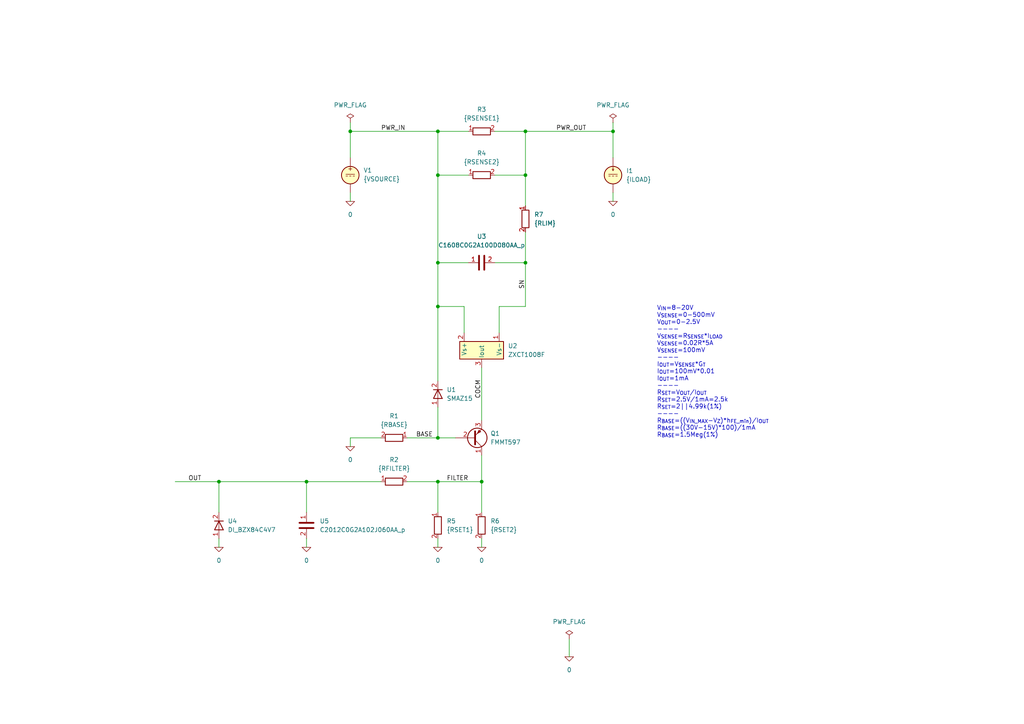
<source format=kicad_sch>
(kicad_sch (version 20231120) (generator "eeschema") (generator_version "8.0")
  (paper "A4")
  (title_block (title "Current output current monitor. Over-range voltage.") (date "2024-10-15") (rev "2") (company "astroelectronic@") (comment 1 "-") (comment 2 "-") (comment 3 "-") (comment 4 "AE01001008"))
  (lib_symbols
    (symbol "C_1" (pin_names (offset 0.254) hide)
      (property "Reference" "C" (at 0.635 2.54 0))
      (property "Value" "C_1" (at 0.635 -2.54 0))
      (symbol "C_1_0_1"
        (polyline (pts (xy -2.032 -0.762) (xy 2.032 -0.762)) (stroke (width 0.508)))
        (polyline (pts (xy -2.032 0.762) (xy 2.032 0.762)) (stroke (width 0.508)))
      )
      (symbol "C_1_1_1"
        (pin passive line (at 0 3.81 270) (length 2.794) (name "~") (number "1"))
        (pin passive line (at 0 -3.81 90) (length 2.794) (name "~") (number "2"))
      )
    )
    (symbol "DIODE_1" (pin_names (offset 1.016) hide)
      (property "Reference" "D" (at 0 2.54 0))
      (property "Value" "${SIM.PARAMS}" (at 0 -2.54 0))
      (symbol "DIODE_1_0_1"
        (polyline (pts (xy 1.27 0) (xy -1.27 0)))
        (polyline (pts (xy 1.27 1.27) (xy 1.27 -1.27)) (stroke (width 0.254)))
        (polyline (pts (xy -1.27 -1.27) (xy -1.27 1.27) (xy 1.27 0) (xy -1.27 -1.27)) (stroke (width 0.254)))
      )
      (symbol "DIODE_1_1_1"
        (pin passive line (at -3.81 0 0) (length 2.54) (name "A") (number "1"))
        (pin passive line (at 3.81 0 180) (length 2.54) (name "K") (number "2"))
      )
    )
    (symbol "DIODE_1_1" (pin_names (offset 1.016) hide)
      (property "Reference" "D" (at 0 2.54 0))
      (property "Value" "${SIM.PARAMS}" (at 0 -2.54 0))
      (symbol "DIODE_1_1_0_1"
        (polyline (pts (xy 1.27 0) (xy -1.27 0)))
        (polyline (pts (xy 1.27 1.27) (xy 1.27 -1.27)) (stroke (width 0.254)))
        (polyline (pts (xy -1.27 -1.27) (xy -1.27 1.27) (xy 1.27 0) (xy -1.27 -1.27)) (stroke (width 0.254)))
      )
      (symbol "DIODE_1_1_1_1"
        (pin passive line (at -3.81 0 0) (length 2.54) (name "A") (number "1"))
        (pin passive line (at 3.81 0 180) (length 2.54) (name "K") (number "2"))
      )
    )
    (symbol "R_1" (pin_names (offset 0) hide)
      (property "Reference" "R" (at 2.032 0 90))
      (property "Value" "R_1" (at 0 0 90))
      (symbol "R_1_0_1"
        (rectangle (start -1.016 -2.54) (end 1.016 2.54) (stroke (width 0.254)))
      )
      (symbol "R_1_1_1"
        (pin passive line (at 0 3.81 270) (length 1.27) (name "~") (number "1"))
        (pin passive line (at 0 -3.81 90) (length 1.27) (name "~") (number "2"))
      )
    )
    (symbol "R_2" (pin_names (offset 0) hide)
      (property "Reference" "R" (at 2.032 0 90))
      (property "Value" "R_2" (at 0 0 90))
      (symbol "R_2_0_1"
        (rectangle (start -1.016 -2.54) (end 1.016 2.54) (stroke (width 0.254)))
      )
      (symbol "R_2_1_1"
        (pin passive line (at 0 3.81 270) (length 1.27) (name "~") (number "1"))
        (pin passive line (at 0 -3.81 90) (length 1.27) (name "~") (number "2"))
      )
    )
    (symbol "R_3" (pin_names (offset 0) hide)
      (property "Reference" "R" (at 2.032 0 90))
      (property "Value" "R_3" (at 0 0 90))
      (symbol "R_3_0_1"
        (rectangle (start -1.016 -2.54) (end 1.016 2.54) (stroke (width 0.254)))
      )
      (symbol "R_3_1_1"
        (pin passive line (at 0 3.81 270) (length 1.27) (name "~") (number "1"))
        (pin passive line (at 0 -3.81 90) (length 1.27) (name "~") (number "2"))
      )
    )
    (symbol "R_4" (pin_names (offset 0) hide)
      (property "Reference" "R" (at 2.032 0 90))
      (property "Value" "R_4" (at 0 0 90))
      (symbol "R_4_0_1"
        (rectangle (start -1.016 -2.54) (end 1.016 2.54) (stroke (width 0.254)))
      )
      (symbol "R_4_1_1"
        (pin passive line (at 0 3.81 270) (length 1.27) (name "~") (number "1"))
        (pin passive line (at 0 -3.81 90) (length 1.27) (name "~") (number "2"))
      )
    )
    (symbol "R_5" (pin_names (offset 0) hide)
      (property "Reference" "R" (at 2.032 0 90))
      (property "Value" "R_5" (at 0 0 90))
      (symbol "R_5_0_1"
        (rectangle (start -1.016 -2.54) (end 1.016 2.54) (stroke (width 0.254)))
      )
      (symbol "R_5_1_1"
        (pin passive line (at 0 3.81 270) (length 1.27) (name "~") (number "1"))
        (pin passive line (at 0 -3.81 90) (length 1.27) (name "~") (number "2"))
      )
    )
    (symbol "R_6" (pin_names (offset 0) hide)
      (property "Reference" "R" (at 2.032 0 90))
      (property "Value" "R_6" (at 0 0 90))
      (symbol "R_6_0_1"
        (rectangle (start -1.016 -2.54) (end 1.016 2.54) (stroke (width 0.254)))
      )
      (symbol "R_6_1_1"
        (pin passive line (at 0 3.81 270) (length 1.27) (name "~") (number "1"))
        (pin passive line (at 0 -3.81 90) (length 1.27) (name "~") (number "2"))
      )
    )
    (symbol "ZXCT1008F:0" (power) (pin_names (offset 0))
      (property "Value" "0" (at 0 -1.778 0))
      (symbol "0_0_1"
        (polyline (pts (xy -1.27 0) (xy 0 -1.27) (xy 1.27 0) (xy -1.27 0)))
      )
      (symbol "0_1_1"
        (pin power_in line (at 0 0 0) (length 0) hide (name "0") (number "1"))
      )
    )
    (symbol "ZXCT1008F:C" (pin_names (offset 0.254) hide)
      (property "Reference" "C" (at 0.635 2.54 0))
      (property "Value" "C" (at 0.635 -2.54 0))
      (symbol "C_0_1"
        (polyline (pts (xy -2.032 -0.762) (xy 2.032 -0.762)) (stroke (width 0.508)))
        (polyline (pts (xy -2.032 0.762) (xy 2.032 0.762)) (stroke (width 0.508)))
      )
      (symbol "C_1_1"
        (pin passive line (at 0 3.81 270) (length 2.794) (name "~") (number "1"))
        (pin passive line (at 0 -3.81 90) (length 2.794) (name "~") (number "2"))
      )
    )
    (symbol "ZXCT1008F:DIODE" (pin_names (offset 1.016) hide)
      (property "Reference" "D" (at 0 2.54 0))
      (property "Value" "${SIM.PARAMS}" (at 0 -2.54 0))
      (symbol "DIODE_0_1"
        (polyline (pts (xy 1.27 0) (xy -1.27 0)))
        (polyline (pts (xy 1.27 1.27) (xy 1.27 -1.27)) (stroke (width 0.254)))
        (polyline (pts (xy -1.27 -1.27) (xy -1.27 1.27) (xy 1.27 0) (xy -1.27 -1.27)) (stroke (width 0.254)))
      )
      (symbol "DIODE_1_1"
        (pin passive line (at -3.81 0 0) (length 2.54) (name "A") (number "1"))
        (pin passive line (at 3.81 0 180) (length 2.54) (name "K") (number "2"))
      )
    )
    (symbol "ZXCT1008F:IDC" (pin_numbers hide) (pin_names (offset 0.0254))
      (property "Reference" "I" (at 2.54 2.54 0))
      (property "Value" "1" (at 2.54 0 0))
      (symbol "IDC_0_0"
        (polyline (pts (xy -1.27 0.254) (xy 1.27 0.254)))
        (polyline (pts (xy -0.762 -0.254) (xy -1.27 -0.254)))
        (polyline (pts (xy 0.254 -0.254) (xy -0.254 -0.254)))
        (polyline (pts (xy 1.27 -0.254) (xy 0.762 -0.254)))
      )
      (symbol "IDC_0_1"
        (polyline (pts (xy 0 1.27) (xy 0 2.286)))
        (polyline (pts (xy -0.254 1.778) (xy 0 1.27) (xy 0.254 1.778)))
        (circle (center 0 0) (radius 2.54) (stroke (width 0.254)) (fill (type background)))
      )
      (symbol "IDC_1_1"
        (pin passive line (at 0 5.08 270) (length 2.54) (name "~") (number "1"))
        (pin passive line (at 0 -5.08 90) (length 2.54) (name "~") (number "2"))
      )
    )
    (symbol "ZXCT1008F:PWR_FLAG" (power) (pin_numbers hide) (pin_names (offset 0) hide)
      (property "Value" "PWR_FLAG" (at 0 3.81 0))
      (symbol "PWR_FLAG_0_0"
        (pin power_out line (at 0 0 90) (length 0) (name "pwr") (number "1"))
      )
      (symbol "PWR_FLAG_0_1"
        (polyline (pts (xy 0 0) (xy 0 1.27) (xy -1.016 1.905) (xy 0 2.54) (xy 1.016 1.905) (xy 0 1.27)))
      )
    )
    (symbol "ZXCT1008F:Q_PNP_CBE" (pin_names (offset 0) hide)
      (property "Reference" "Q" (at 5.08 1.27 0))
      (property "Value" "Q_PNP_CBE" (at 5.08 -1.27 0))
      (symbol "Q_PNP_CBE_0_1"
        (polyline (pts (xy 0.635 0.635) (xy 2.54 2.54)))
        (polyline (pts (xy 0.635 -0.635) (xy 2.54 -2.54) (xy 2.54 -2.54)))
        (polyline (pts (xy 0.635 1.905) (xy 0.635 -1.905) (xy 0.635 -1.905)) (stroke (width 0.508)))
        (polyline (pts (xy 2.286 -1.778) (xy 1.778 -2.286) (xy 1.27 -1.27) (xy 2.286 -1.778) (xy 2.286 -1.778)) (fill (type outline)))
        (circle (center 1.27 0) (radius 2.8194) (stroke (width 0.254)))
      )
      (symbol "Q_PNP_CBE_1_1"
        (pin passive line (at 2.54 5.08 270) (length 2.54) (name "C") (number "1"))
        (pin input line (at -5.08 0 0) (length 5.715) (name "B") (number "2"))
        (pin passive line (at 2.54 -5.08 90) (length 2.54) (name "E") (number "3"))
      )
    )
    (symbol "ZXCT1008F:R" (pin_names (offset 0) hide)
      (property "Reference" "R" (at 2.032 0 90))
      (property "Value" "R" (at 0 0 90))
      (symbol "R_0_1"
        (rectangle (start -1.016 -2.54) (end 1.016 2.54) (stroke (width 0.254)))
      )
      (symbol "R_1_1"
        (pin passive line (at 0 3.81 270) (length 1.27) (name "~") (number "1"))
        (pin passive line (at 0 -3.81 90) (length 1.27) (name "~") (number "2"))
      )
    )
    (symbol "ZXCT1008F:VDC" (pin_numbers hide) (pin_names (offset 0.0254))
      (property "Reference" "V" (at 2.54 2.54 0))
      (property "Value" "1" (at 2.54 0 0))
      (symbol "VDC_0_0"
        (polyline (pts (xy -1.27 0.254) (xy 1.27 0.254)))
        (polyline (pts (xy -0.762 -0.254) (xy -1.27 -0.254)))
        (polyline (pts (xy 0.254 -0.254) (xy -0.254 -0.254)))
        (polyline (pts (xy 1.27 -0.254) (xy 0.762 -0.254)))
        (text "+" (at 0 1.905 0) (effects (font (size 1.27 1.27))))
      )
      (symbol "VDC_0_1"
        (circle (center 0 0) (radius 2.54) (stroke (width 0.254)) (fill (type background)))
      )
      (symbol "VDC_1_1"
        (pin passive line (at 0 5.08 270) (length 2.54) (name "~") (number "1"))
        (pin passive line (at 0 -5.08 90) (length 2.54) (name "~") (number "2"))
      )
    )
    (symbol "ZXCT1008F:ZXCT1008F" (pin_names (offset 0.254))
      (property "Reference" "U" (at 7.62 1.27 0))
      (property "Value" "ZXCT1008F" (at 7.62 -1.27 0))
      (symbol "ZXCT1008F_0_1"
        (rectangle (start -6.35 2.54) (end 6.35 -2.54) (stroke (width 0.254)) (fill (type background)))
      )
      (symbol "ZXCT1008F_1_1"
        (pin passive line (at 5.08 5.08 270) (length 2.54) (name "Vs-") (number "1"))
        (pin passive line (at -5.08 5.08 270) (length 2.54) (name "Vs+") (number "2"))
        (pin passive line (at 0 -5.08 90) (length 2.54) (name "Iout") (number "3"))
      )
    )
  )
  (junction (at 127 76.2))
  (junction (at 139.7 139.7))
  (junction (at 101.6 38.1))
  (junction (at 127 38.1))
  (junction (at 127 127))
  (junction (at 63.5 139.7))
  (junction (at 127 139.7))
  (junction (at 152.4 50.8))
  (junction (at 152.4 38.1))
  (junction (at 127 50.8))
  (junction (at 177.8 38.1))
  (junction (at 88.9 139.7))
  (junction (at 152.4 76.2))
  (junction (at 127 88.9))
  (wire (pts (xy 127 156.21) (xy 127 158.75)))
  (wire (pts (xy 143.51 38.1) (xy 152.4 38.1)))
  (wire (pts (xy 165.1 185.42) (xy 165.1 190.5)))
  (wire (pts (xy 177.8 38.1) (xy 152.4 38.1)))
  (wire (pts (xy 139.7 132.08) (xy 139.7 139.7)))
  (wire (pts (xy 101.6 38.1) (xy 127 38.1)))
  (wire (pts (xy 144.78 88.9) (xy 152.4 88.9)))
  (wire (pts (xy 127 127) (xy 127 118.11)))
  (wire (pts (xy 135.89 38.1) (xy 127 38.1)))
  (wire (pts (xy 177.8 35.56) (xy 177.8 38.1)))
  (wire (pts (xy 118.11 139.7) (xy 127 139.7)))
  (wire (pts (xy 134.62 96.52) (xy 134.62 88.9)))
  (wire (pts (xy 88.9 139.7) (xy 110.49 139.7)))
  (wire (pts (xy 101.6 35.56) (xy 101.6 38.1)))
  (wire (pts (xy 139.7 139.7) (xy 139.7 148.59)))
  (wire (pts (xy 177.8 55.88) (xy 177.8 58.42)))
  (wire (pts (xy 139.7 156.21) (xy 139.7 158.75)))
  (wire (pts (xy 134.62 88.9) (xy 127 88.9)))
  (wire (pts (xy 143.51 50.8) (xy 152.4 50.8)))
  (wire (pts (xy 139.7 106.68) (xy 139.7 121.92)))
  (wire (pts (xy 177.8 45.72) (xy 177.8 38.1)))
  (wire (pts (xy 101.6 55.88) (xy 101.6 58.42)))
  (wire (pts (xy 127 139.7) (xy 127 148.59)))
  (wire (pts (xy 132.08 127) (xy 127 127)))
  (wire (pts (xy 101.6 45.72) (xy 101.6 38.1)))
  (wire (pts (xy 63.5 139.7) (xy 88.9 139.7)))
  (wire (pts (xy 127 50.8) (xy 135.89 50.8)))
  (wire (pts (xy 63.5 148.59) (xy 63.5 139.7)))
  (wire (pts (xy 88.9 156.21) (xy 88.9 158.75)))
  (wire (pts (xy 127 76.2) (xy 135.89 76.2)))
  (wire (pts (xy 152.4 76.2) (xy 143.51 76.2)))
  (wire (pts (xy 127 38.1) (xy 127 50.8)))
  (wire (pts (xy 127 88.9) (xy 127 110.49)))
  (wire (pts (xy 88.9 148.59) (xy 88.9 139.7)))
  (wire (pts (xy 127 139.7) (xy 139.7 139.7)))
  (wire (pts (xy 144.78 96.52) (xy 144.78 88.9)))
  (wire (pts (xy 110.49 127) (xy 101.6 127)))
  (wire (pts (xy 50.8 139.7) (xy 63.5 139.7)))
  (wire (pts (xy 118.11 127) (xy 127 127)))
  (wire (pts (xy 152.4 76.2) (xy 152.4 88.9)))
  (wire (pts (xy 152.4 50.8) (xy 152.4 59.69)))
  (wire (pts (xy 127 88.9) (xy 127 76.2)))
  (wire (pts (xy 101.6 127) (xy 101.6 129.54)))
  (wire (pts (xy 152.4 38.1) (xy 152.4 50.8)))
  (wire (pts (xy 152.4 67.31) (xy 152.4 76.2)))
  (wire (pts (xy 127 50.8) (xy 127 76.2)))
  (wire (pts (xy 63.5 156.21) (xy 63.5 158.75)))
  (text "V_{IN}=8-20V\nV_{SENSE}=0-500mV\nV_{OUT}=0-2.5V\n----\nV_{SENSE}=R_{SENSE}*I_{LOAD}\nV_{SENSE}=0.02R*5A\nV_{SENSE}=100mV\n----\nI_{OUT}=V_{SENSE}*G_{T}\nI_{OUT}=100mV*0.01\nI_{OUT}=1mA\n----\nR_{SET}=V_{OUT}/I_{OUT}\nR_{SET}=2.5V/1mA=2.5k\nR_{SET}=2||4.99k(1%)\n----\nR_{BASE}=((V_{IN_MAX}-V_{Z})*h_{FE_min})/I_{OUT}\nR_{BASE}=((30V-15V)*100)/1mA\nR_{BASE}=1.5Meg(1%)" (at 190.5 127 0) (effects (font (size 1.27 1.27)) (justify left bottom)))
  (label "OUT" (at 54.61 139.7 0))
  (label "PWR_IN" (at 110.49 38.1 0))
  (label "COCM" (at 139.7 115.57 90))
  (label "PWR_OUT" (at 161.29 38.1 0))
  (label "BASE" (at 120.65 127 0))
  (label "FILTER" (at 129.54 139.7 0))
  (label "SN" (at 152.4 83.82 90))
  (symbol (lib_id "ZXCT1008F:PWR_FLAG") (at 165.1 185.42 0) (unit 1)
    (property "Reference" "#FLG02" (effects (hide yes)))
    (property "Value" "PWR_FLAG" (at 165.1 180.34 0))
  )
  (symbol (lib_id "ZXCT1008F:PWR_FLAG") (at 177.8 35.56 0) (unit 1)
    (property "Reference" "#FLG03" (effects (hide yes)))
    (property "Value" "PWR_FLAG" (at 177.8 30.48 0))
  )
  (symbol (lib_id "ZXCT1008F:Q_PNP_CBE") (at 137.16 127 0) (mirror x) (unit 1)
    (property "Reference" "Q1" (at 142.24 125.7299 0) (effects (justify left)))
    (property "Value" "FMMT597" (at 142.24 128.2699 0) (effects (justify left)))
    (property "Sim.Device" "PNP" (effects (hide yes)))
    (property "Sim.Pins" "1=C 2=B 3=E" (effects (hide yes)))
    (property "Sim.Library" "_models\\FMMT597.spice.txt" (effects (hide yes)))
    (property "Sim.Name" "FMMT597" (effects (hide yes)))
    (property "Sim.Type" "GUMMELPOON" (effects (hide yes)))
  )
  (symbol (lib_id "ZXCT1008F:0") (at 139.7 158.75 0) (unit 1)
    (property "Reference" "#GND06" (effects (hide yes)))
    (property "Value" "0" (at 139.7 162.56 0))
  )
  (symbol (lib_id "ZXCT1008F:0") (at 101.6 58.42 0) (unit 1)
    (property "Reference" "#GND02" (effects (hide yes)))
    (property "Value" "0" (at 101.6 62.23 0))
  )
  (symbol (lib_id "ZXCT1008F:0") (at 63.5 158.75 0) (unit 1)
    (property "Reference" "#GND01" (effects (hide yes)))
    (property "Value" "0" (at 63.5 162.56 0))
  )
  (symbol (lib_id "ZXCT1008F:0") (at 127 158.75 0) (unit 1)
    (property "Reference" "#GND05" (effects (hide yes)))
    (property "Value" "0" (at 127 162.56 0))
  )
  (symbol (lib_name "C_1") (lib_id "ZXCT1008F:C_1") (at 88.9 152.4 0) (unit 1)
    (property "Reference" "U5" (at 92.71 151.1299 0) (effects (justify left)))
    (property "Value" "C2012C0G2A102J060AA_p" (at 92.71 153.6699 0) (effects (justify left)))
    (property "Sim.Device" "SUBCKT" (effects (hide yes)))
    (property "Sim.Pins" "1=n1 2=n2" (effects (hide yes)))
    (property "Sim.Library" "_models\\C2012C0G2A102J060AA_p.mod" (effects (hide yes)))
    (property "Sim.Name" "C2012C0G2A102J060AA_p" (effects (hide yes)))
  )
  (symbol (lib_id "ZXCT1008F:R") (at 152.4 63.5 0) (unit 1)
    (property "Reference" "R7" (at 154.94 62.2299 0) (effects (justify left)))
    (property "Value" "{RLIM}" (at 154.94 64.7699 0) (effects (justify left)))
  )
  (symbol (lib_id "ZXCT1008F:0") (at 165.1 190.5 0) (unit 1)
    (property "Reference" "#GND07" (effects (hide yes)))
    (property "Value" "0" (at 165.1 194.31 0))
  )
  (symbol (lib_name "R_5") (lib_id "ZXCT1008F:R_5") (at 127 152.4 0) (unit 1)
    (property "Reference" "R5" (at 129.54 151.1299 0) (effects (justify left)))
    (property "Value" "{RSET1}" (at 129.54 153.6699 0) (effects (justify left)))
  )
  (symbol (lib_id "ZXCT1008F:C") (at 139.7 76.2 90) (unit 1)
    (property "Reference" "U3" (at 139.7 68.58 90))
    (property "Value" "C1608C0G2A100D080AA_p" (at 139.7 71.12 90))
    (property "Sim.Device" "SUBCKT" (effects (hide yes)))
    (property "Sim.Pins" "1=n1 2=n2" (effects (hide yes)))
    (property "Sim.Library" "_models\\C1608C0G2A100D080AA_p.mod" (effects (hide yes)))
    (property "Sim.Name" "C1608C0G2A100D080AA_p" (effects (hide yes)))
  )
  (symbol (lib_name "ZXCT1008F:VDC") (lib_id "ZXCT1008F:VDC") (at 101.6 50.8 0) (unit 1)
    (property "Reference" "V1" (at 105.41 49.4001 0) (effects (justify left)))
    (property "Value" "{VSOURCE}" (at 105.41 51.9401 0) (effects (justify left)))
    (property "Sim.Device" "SPICE" (effects (hide yes)))
    (property "Sim.Params" "type=\"V\" model=\"{VSOURCE}\" lib=\"\"" (effects (hide yes)))
    (property "Sim.Pins" "1=1 2=2" (effects (hide yes)))
  )
  (symbol (lib_name "ZXCT1008F:DIODE") (lib_id "ZXCT1008F:DIODE") (at 127 114.3 90) (unit 1)
    (property "Reference" "U1" (at 129.54 113.0299 90) (effects (justify right)))
    (property "Value" "SMAZ15" (at 129.54 115.5699 90) (effects (justify right)))
    (property "Sim.Device" "SUBCKT" (effects (hide yes)))
    (property "Sim.Pins" "1=1 2=2" (effects (hide yes)))
    (property "Sim.Library" "_models\\SMAZ15.spice.txt" (effects (hide yes)))
    (property "Sim.Name" "SMAZ15" (effects (hide yes)))
  )
  (symbol (lib_id "ZXCT1008F:PWR_FLAG") (at 101.6 35.56 0) (unit 1)
    (property "Reference" "#FLG01" (effects (hide yes)))
    (property "Value" "PWR_FLAG" (at 101.6 30.48 0))
  )
  (symbol (lib_name "ZXCT1008F:IDC") (lib_id "ZXCT1008F:IDC") (at 177.8 50.8 0) (unit 1)
    (property "Reference" "I1" (at 181.61 49.5299 0) (effects (justify left)))
    (property "Value" "{ILOAD}" (at 181.61 52.0699 0) (effects (justify left)))
    (property "Sim.Device" "SPICE" (effects (hide yes)))
    (property "Sim.Params" "type=\"I\" model=\"{ILOAD}\" lib=\"\"" (effects (hide yes)))
    (property "Sim.Pins" "1=1 2=2" (effects (hide yes)))
  )
  (symbol (lib_name "R_6") (lib_id "ZXCT1008F:R_6") (at 114.3 139.7 90) (unit 1)
    (property "Reference" "R2" (at 114.3 133.35 90))
    (property "Value" "{RFILTER}" (at 114.3 135.89 90))
  )
  (symbol (lib_id "ZXCT1008F:0") (at 101.6 129.54 0) (unit 1)
    (property "Reference" "#GND03" (effects (hide yes)))
    (property "Value" "0" (at 101.6 133.35 0))
  )
  (symbol (lib_name "R_4") (lib_id "ZXCT1008F:R_4") (at 139.7 152.4 0) (unit 1)
    (property "Reference" "R6" (at 142.24 151.1299 0) (effects (justify left)))
    (property "Value" "{RSET2}" (at 142.24 153.6699 0) (effects (justify left)))
  )
  (symbol (lib_name "R_1") (lib_id "ZXCT1008F:R_1") (at 139.7 50.8 90) (unit 1)
    (property "Reference" "R4" (at 139.7 44.45 90))
    (property "Value" "{RSENSE2}" (at 139.7 46.99 90))
  )
  (symbol (lib_id "ZXCT1008F:0") (at 177.8 58.42 0) (unit 1)
    (property "Reference" "#GND08" (effects (hide yes)))
    (property "Value" "0" (at 177.8 62.23 0))
  )
  (symbol (lib_id "ZXCT1008F:0") (at 88.9 158.75 0) (unit 1)
    (property "Reference" "#GND04" (effects (hide yes)))
    (property "Value" "0" (at 88.9 162.56 0))
  )
  (symbol (lib_id "ZXCT1008F:ZXCT1008F") (at 139.7 101.6 0) (unit 1)
    (property "Reference" "U2" (at 147.32 100.3299 0) (effects (justify left)))
    (property "Value" "ZXCT1008F" (at 147.32 102.8699 0) (effects (justify left)))
    (property "Footprint" "Package_TO_SOT_SMD:SOT-23" (effects (hide yes)))
    (property "Datasheet" "https://www.diodes.com/assets/Datasheets/ZXCT1008.pdf" (effects (hide yes)))
    (property "Sim.Device" "SUBCKT" (effects (hide yes)))
    (property "Sim.Library" "_models\\ZXCT1008F.spice.txt" (effects (hide yes)))
    (property "Sim.Name" "ZXCT1008F" (effects (hide yes)))
    (property "Sim.Pins" "1=1 2=2 3=3" (effects (hide yes)))
  )
  (symbol (lib_name "R_2") (lib_id "ZXCT1008F:R_2") (at 139.7 38.1 90) (unit 1)
    (property "Reference" "R3" (at 139.7 31.75 90))
    (property "Value" "{RSENSE1}" (at 139.7 34.29 90))
  )
  (symbol (lib_name "DIODE_1_1") (lib_id "ZXCT1008F:DIODE_1") (at 63.5 152.4 90) (unit 1)
    (property "Reference" "U4" (at 66.04 151.1299 90) (effects (justify right)))
    (property "Value" "DI_BZX84C4V7" (at 66.04 153.6699 90) (effects (justify right)))
    (property "Sim.Device" "SUBCKT" (effects (hide yes)))
    (property "Sim.Pins" "1=1 2=2" (effects (hide yes)))
    (property "Sim.Library" "_models\\BZX84C4V7.spice.txt" (effects (hide yes)))
    (property "Sim.Name" "DI_BZX84C4V7" (effects (hide yes)))
  )
  (symbol (lib_name "R_3") (lib_id "ZXCT1008F:R_3") (at 114.3 127 270) (mirror x) (unit 1)
    (property "Reference" "R1" (at 114.3 120.65 90))
    (property "Value" "{RBASE}" (at 114.3 123.19 90))
  )
)
</source>
